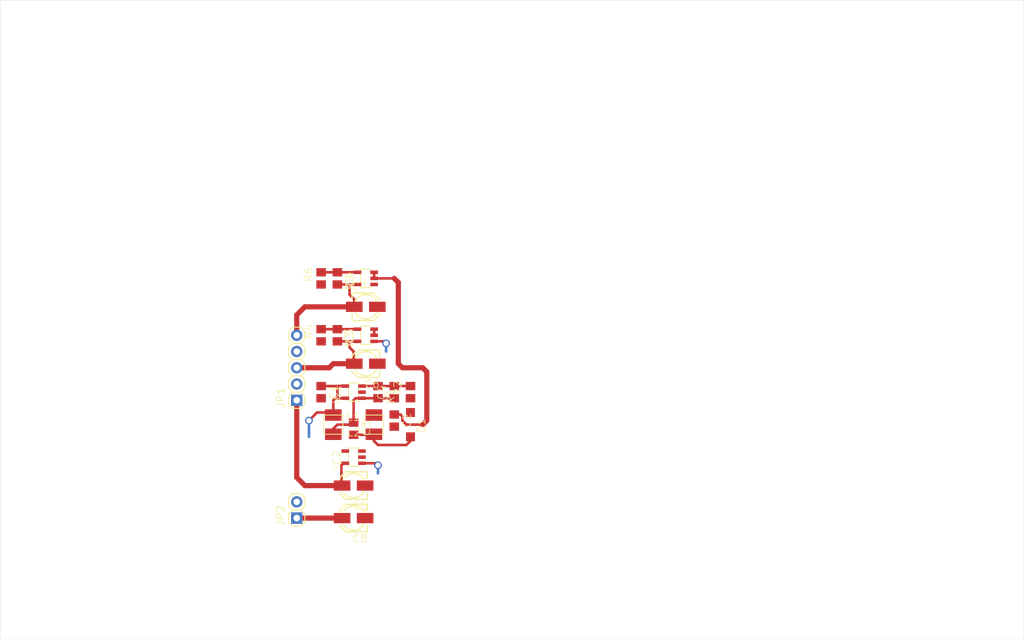
<source format=kicad_pcb>
(kicad_pcb (version 20171130) (host pcbnew 5.1.6)

  (general
    (thickness 1.6)
    (drawings 4)
    (tracks 85)
    (zones 0)
    (modules 23)
    (nets 14)
  )

  (page A4)
  (layers
    (0 Top signal)
    (31 Bottom signal)
    (32 B.Adhes user)
    (33 F.Adhes user)
    (34 B.Paste user)
    (35 F.Paste user)
    (36 B.SilkS user)
    (37 F.SilkS user)
    (38 B.Mask user)
    (39 F.Mask user)
    (40 Dwgs.User user)
    (41 Cmts.User user)
    (42 Eco1.User user)
    (43 Eco2.User user)
    (44 Edge.Cuts user)
    (45 Margin user)
    (46 B.CrtYd user)
    (47 F.CrtYd user)
    (48 B.Fab user)
    (49 F.Fab user)
  )

  (setup
    (last_trace_width 0.25)
    (trace_clearance 0.2)
    (zone_clearance 0.508)
    (zone_45_only no)
    (trace_min 0.2)
    (via_size 0.8)
    (via_drill 0.4)
    (via_min_size 0.4)
    (via_min_drill 0.3)
    (uvia_size 0.3)
    (uvia_drill 0.1)
    (uvias_allowed no)
    (uvia_min_size 0.2)
    (uvia_min_drill 0.1)
    (edge_width 0.05)
    (segment_width 0.2)
    (pcb_text_width 0.3)
    (pcb_text_size 1.5 1.5)
    (mod_edge_width 0.12)
    (mod_text_size 1 1)
    (mod_text_width 0.15)
    (pad_size 1.524 1.524)
    (pad_drill 0.762)
    (pad_to_mask_clearance 0.05)
    (aux_axis_origin 0 0)
    (visible_elements FFFFFF7F)
    (pcbplotparams
      (layerselection 0x010fc_ffffffff)
      (usegerberextensions false)
      (usegerberattributes true)
      (usegerberadvancedattributes true)
      (creategerberjobfile true)
      (excludeedgelayer true)
      (linewidth 0.100000)
      (plotframeref false)
      (viasonmask false)
      (mode 1)
      (useauxorigin false)
      (hpglpennumber 1)
      (hpglpenspeed 20)
      (hpglpendiameter 15.000000)
      (psnegative false)
      (psa4output false)
      (plotreference true)
      (plotvalue true)
      (plotinvisibletext false)
      (padsonsilk false)
      (subtractmaskfromsilk false)
      (outputformat 1)
      (mirror false)
      (drillshape 1)
      (scaleselection 1)
      (outputdirectory ""))
  )

  (net 0 "")
  (net 1 +5V)
  (net 2 GND)
  (net 3 -5V)
  (net 4 +3V3D)
  (net 5 AVCC+)
  (net 6 AVCC-)
  (net 7 AGND)
  (net 8 "Net-(C4-Pad2)")
  (net 9 "Net-(C3-Pad1)")
  (net 10 "Net-(C3-Pad2)")
  (net 11 "Net-(IC2-Pad4)")
  (net 12 "Net-(IC3-Pad4)")
  (net 13 "Net-(IC4-Pad4)")

  (net_class Default "This is the default net class."
    (clearance 0.2)
    (trace_width 0.25)
    (via_dia 0.8)
    (via_drill 0.4)
    (uvia_dia 0.3)
    (uvia_drill 0.1)
    (add_net +3V3D)
    (add_net +5V)
    (add_net -5V)
    (add_net AGND)
    (add_net AVCC+)
    (add_net AVCC-)
    (add_net GND)
    (add_net "Net-(C3-Pad1)")
    (add_net "Net-(C3-Pad2)")
    (add_net "Net-(C4-Pad2)")
    (add_net "Net-(IC2-Pad4)")
    (add_net "Net-(IC3-Pad4)")
    (add_net "Net-(IC4-Pad4)")
  )

  (module DSC-Supply:C0805 (layer Top) (tedit 0) (tstamp 5FA36AAE)
    (at 118.6661 116.2686 270)
    (descr "<b>CAPACITOR</b><p>\nPad definition corrected 2006.05.15, librarian@cadsoft.de")
    (path /C20FC76C)
    (fp_text reference C1 (at -1.27 -1.27 270) (layer F.SilkS)
      (effects (font (size 1.2065 1.2065) (thickness 0.1016)) (justify right top))
    )
    (fp_text value 22u (at -1.27 2.54 270) (layer F.Fab)
      (effects (font (size 1.2065 1.2065) (thickness 0.1016)) (justify right top))
    )
    (fp_poly (pts (xy -0.1001 0.4001) (xy 0.1001 0.4001) (xy 0.1001 -0.4001) (xy -0.1001 -0.4001)) (layer F.Adhes) (width 0))
    (fp_poly (pts (xy 0.3556 0.7239) (xy 1.1057 0.7239) (xy 1.1057 -0.7262) (xy 0.3556 -0.7262)) (layer F.Fab) (width 0))
    (fp_poly (pts (xy -1.0922 0.7239) (xy -0.3421 0.7239) (xy -0.3421 -0.7262) (xy -1.0922 -0.7262)) (layer F.Fab) (width 0))
    (fp_line (start 1.973 -0.983) (end 1.973 0.983) (layer Dwgs.User) (width 0.0508))
    (fp_line (start -0.356 0.66) (end 0.381 0.66) (layer F.Fab) (width 0.1016))
    (fp_line (start -0.381 -0.66) (end 0.381 -0.66) (layer F.Fab) (width 0.1016))
    (fp_line (start -1.973 0.983) (end -1.973 -0.983) (layer Dwgs.User) (width 0.0508))
    (fp_line (start 1.973 0.983) (end -1.973 0.983) (layer Dwgs.User) (width 0.0508))
    (fp_line (start -1.973 -0.983) (end 1.973 -0.983) (layer Dwgs.User) (width 0.0508))
    (pad 2 smd rect (at 0.95 0 270) (size 1.3 1.5) (layers Top F.Paste F.Mask)
      (net 2 GND) (solder_mask_margin 0.1016))
    (pad 1 smd rect (at -0.95 0 270) (size 1.3 1.5) (layers Top F.Paste F.Mask)
      (net 1 +5V) (solder_mask_margin 0.1016))
  )

  (module DSC-Supply:C0805 (layer Top) (tedit 0) (tstamp 5FA36ABC)
    (at 130.0961 120.7136 270)
    (descr "<b>CAPACITOR</b><p>\nPad definition corrected 2006.05.15, librarian@cadsoft.de")
    (path /8A8AF94F)
    (fp_text reference C2 (at -1.27 -1.27 270) (layer F.SilkS)
      (effects (font (size 1.2065 1.2065) (thickness 0.1016)) (justify right top))
    )
    (fp_text value 22u (at -1.27 2.54 270) (layer F.Fab)
      (effects (font (size 1.2065 1.2065) (thickness 0.1016)) (justify right top))
    )
    (fp_poly (pts (xy -0.1001 0.4001) (xy 0.1001 0.4001) (xy 0.1001 -0.4001) (xy -0.1001 -0.4001)) (layer F.Adhes) (width 0))
    (fp_poly (pts (xy 0.3556 0.7239) (xy 1.1057 0.7239) (xy 1.1057 -0.7262) (xy 0.3556 -0.7262)) (layer F.Fab) (width 0))
    (fp_poly (pts (xy -1.0922 0.7239) (xy -0.3421 0.7239) (xy -0.3421 -0.7262) (xy -1.0922 -0.7262)) (layer F.Fab) (width 0))
    (fp_line (start 1.973 -0.983) (end 1.973 0.983) (layer Dwgs.User) (width 0.0508))
    (fp_line (start -0.356 0.66) (end 0.381 0.66) (layer F.Fab) (width 0.1016))
    (fp_line (start -0.381 -0.66) (end 0.381 -0.66) (layer F.Fab) (width 0.1016))
    (fp_line (start -1.973 0.983) (end -1.973 -0.983) (layer Dwgs.User) (width 0.0508))
    (fp_line (start 1.973 0.983) (end -1.973 0.983) (layer Dwgs.User) (width 0.0508))
    (fp_line (start -1.973 -0.983) (end 1.973 -0.983) (layer Dwgs.User) (width 0.0508))
    (pad 2 smd rect (at 0.95 0 270) (size 1.3 1.5) (layers Top F.Paste F.Mask)
      (net 2 GND) (solder_mask_margin 0.1016))
    (pad 1 smd rect (at -0.95 0 270) (size 1.3 1.5) (layers Top F.Paste F.Mask)
      (net 3 -5V) (solder_mask_margin 0.1016))
  )

  (module DSC-Supply:C0805 (layer Top) (tedit 0) (tstamp 5FA36ACA)
    (at 123.7461 121.9836 270)
    (descr "<b>CAPACITOR</b><p>\nPad definition corrected 2006.05.15, librarian@cadsoft.de")
    (path /D5B9F1A5)
    (fp_text reference C3 (at -1.27 -1.27 270) (layer F.SilkS)
      (effects (font (size 1.2065 1.2065) (thickness 0.1016)) (justify right top))
    )
    (fp_text value 2u2 (at -1.27 2.54 270) (layer F.Fab)
      (effects (font (size 1.2065 1.2065) (thickness 0.1016)) (justify right top))
    )
    (fp_poly (pts (xy -0.1001 0.4001) (xy 0.1001 0.4001) (xy 0.1001 -0.4001) (xy -0.1001 -0.4001)) (layer F.Adhes) (width 0))
    (fp_poly (pts (xy 0.3556 0.7239) (xy 1.1057 0.7239) (xy 1.1057 -0.7262) (xy 0.3556 -0.7262)) (layer F.Fab) (width 0))
    (fp_poly (pts (xy -1.0922 0.7239) (xy -0.3421 0.7239) (xy -0.3421 -0.7262) (xy -1.0922 -0.7262)) (layer F.Fab) (width 0))
    (fp_line (start 1.973 -0.983) (end 1.973 0.983) (layer Dwgs.User) (width 0.0508))
    (fp_line (start -0.356 0.66) (end 0.381 0.66) (layer F.Fab) (width 0.1016))
    (fp_line (start -0.381 -0.66) (end 0.381 -0.66) (layer F.Fab) (width 0.1016))
    (fp_line (start -1.973 0.983) (end -1.973 -0.983) (layer Dwgs.User) (width 0.0508))
    (fp_line (start 1.973 0.983) (end -1.973 0.983) (layer Dwgs.User) (width 0.0508))
    (fp_line (start -1.973 -0.983) (end 1.973 -0.983) (layer Dwgs.User) (width 0.0508))
    (pad 2 smd rect (at 0.95 0 270) (size 1.3 1.5) (layers Top F.Paste F.Mask)
      (net 10 "Net-(C3-Pad2)") (solder_mask_margin 0.1016))
    (pad 1 smd rect (at -0.95 0 270) (size 1.3 1.5) (layers Top F.Paste F.Mask)
      (net 9 "Net-(C3-Pad1)") (solder_mask_margin 0.1016))
  )

  (module DSC-Supply:C0805 (layer Top) (tedit 0) (tstamp 5FA36AD8)
    (at 130.0961 116.2686 90)
    (descr "<b>CAPACITOR</b><p>\nPad definition corrected 2006.05.15, librarian@cadsoft.de")
    (path /C4A9DCE5)
    (fp_text reference C4 (at -1.27 -1.27 90) (layer F.SilkS)
      (effects (font (size 1.2065 1.2065) (thickness 0.1016)) (justify left bottom))
    )
    (fp_text value 1n (at -1.27 2.54 90) (layer F.Fab)
      (effects (font (size 1.2065 1.2065) (thickness 0.1016)) (justify left bottom))
    )
    (fp_poly (pts (xy -0.1001 0.4001) (xy 0.1001 0.4001) (xy 0.1001 -0.4001) (xy -0.1001 -0.4001)) (layer F.Adhes) (width 0))
    (fp_poly (pts (xy 0.3556 0.7239) (xy 1.1057 0.7239) (xy 1.1057 -0.7262) (xy 0.3556 -0.7262)) (layer F.Fab) (width 0))
    (fp_poly (pts (xy -1.0922 0.7239) (xy -0.3421 0.7239) (xy -0.3421 -0.7262) (xy -1.0922 -0.7262)) (layer F.Fab) (width 0))
    (fp_line (start 1.973 -0.983) (end 1.973 0.983) (layer Dwgs.User) (width 0.0508))
    (fp_line (start -0.356 0.66) (end 0.381 0.66) (layer F.Fab) (width 0.1016))
    (fp_line (start -0.381 -0.66) (end 0.381 -0.66) (layer F.Fab) (width 0.1016))
    (fp_line (start -1.973 0.983) (end -1.973 -0.983) (layer Dwgs.User) (width 0.0508))
    (fp_line (start 1.973 0.983) (end -1.973 0.983) (layer Dwgs.User) (width 0.0508))
    (fp_line (start -1.973 -0.983) (end 1.973 -0.983) (layer Dwgs.User) (width 0.0508))
    (pad 2 smd rect (at 0.95 0 90) (size 1.3 1.5) (layers Top F.Paste F.Mask)
      (net 8 "Net-(C4-Pad2)") (solder_mask_margin 0.1016))
    (pad 1 smd rect (at -0.95 0 90) (size 1.3 1.5) (layers Top F.Paste F.Mask)
      (net 9 "Net-(C3-Pad1)") (solder_mask_margin 0.1016))
  )

  (module DSC-Supply:153CLV-0405 (layer Top) (tedit 0) (tstamp 5FA36AE6)
    (at 123.7461 130.8736 180)
    (descr "<b>Aluminum electrolytic capacitors</b><p>\nSMD (Chip) Long Life Vertical 153 CLV<p>\nhttp://www.bccomponents.com/")
    (path /61218984)
    (fp_text reference C5 (at -2.24 -2.48 180) (layer F.SilkS)
      (effects (font (size 1.2065 1.2065) (thickness 0.1016)) (justify right top))
    )
    (fp_text value 10u (at -2.275 3.735 180) (layer F.Fab)
      (effects (font (size 1.2065 1.2065) (thickness 0.1016)) (justify right top))
    )
    (fp_arc (start 0 0) (end 1.65 0.95) (angle -59.863024) (layer F.Fab) (width 0.2032))
    (fp_arc (start 0 0) (end -1.65 -0.95) (angle 120.136976) (layer F.SilkS) (width 0.2032))
    (fp_arc (start 0 0) (end -1.65 0.95) (angle 59.863024) (layer F.Fab) (width 0.2032))
    (fp_arc (start 0 0) (end -1.65 0.95) (angle -120.136976) (layer F.SilkS) (width 0.2032))
    (fp_line (start 1.25 -2.15) (end 2.15 -1.25) (layer F.SilkS) (width 0.2032))
    (fp_line (start 2.15 1.25) (end 1.25 2.15) (layer F.SilkS) (width 0.2032))
    (fp_line (start 2.15 1.05) (end 2.15 1.25) (layer F.SilkS) (width 0.2032))
    (fp_line (start 2.15 -1.1) (end 2.15 1.05) (layer F.Fab) (width 0.2032))
    (fp_line (start 2.15 -1.25) (end 2.15 -1.1) (layer F.SilkS) (width 0.2032))
    (fp_line (start -2.15 -2.15) (end 1.25 -2.15) (layer F.SilkS) (width 0.2032))
    (fp_line (start -2.15 -1.1) (end -2.15 -2.15) (layer F.SilkS) (width 0.2032))
    (fp_line (start -2.15 1.1) (end -2.15 -1.1) (layer F.Fab) (width 0.2032))
    (fp_line (start -2.15 2.15) (end -2.15 1.1) (layer F.SilkS) (width 0.2032))
    (fp_line (start 1.25 2.15) (end -2.15 2.15) (layer F.SilkS) (width 0.2032))
    (pad - smd rect (at -1.8 0 180) (size 2.6 1.6) (layers Top F.Paste F.Mask)
      (net 2 GND) (solder_mask_margin 0.1016))
    (pad + smd rect (at 1.8 0 180) (size 2.6 1.6) (layers Top F.Paste F.Mask)
      (net 4 +3V3D) (solder_mask_margin 0.1016))
  )

  (module DSC-Supply:153CLV-0405 (layer Top) (tedit 0) (tstamp 5FA36AF9)
    (at 125.6511 111.8236 180)
    (descr "<b>Aluminum electrolytic capacitors</b><p>\nSMD (Chip) Long Life Vertical 153 CLV<p>\nhttp://www.bccomponents.com/")
    (path /6655CD2A)
    (fp_text reference C6 (at -2.24 -2.48 180) (layer F.SilkS)
      (effects (font (size 1.2065 1.2065) (thickness 0.1016)) (justify right top))
    )
    (fp_text value 10u (at -2.275 3.735 180) (layer F.Fab)
      (effects (font (size 1.2065 1.2065) (thickness 0.1016)) (justify right top))
    )
    (fp_arc (start 0 0) (end 1.65 0.95) (angle -59.863024) (layer F.Fab) (width 0.2032))
    (fp_arc (start 0 0) (end -1.65 -0.95) (angle 120.136976) (layer F.SilkS) (width 0.2032))
    (fp_arc (start 0 0) (end -1.65 0.95) (angle 59.863024) (layer F.Fab) (width 0.2032))
    (fp_arc (start 0 0) (end -1.65 0.95) (angle -120.136976) (layer F.SilkS) (width 0.2032))
    (fp_line (start 1.25 -2.15) (end 2.15 -1.25) (layer F.SilkS) (width 0.2032))
    (fp_line (start 2.15 1.25) (end 1.25 2.15) (layer F.SilkS) (width 0.2032))
    (fp_line (start 2.15 1.05) (end 2.15 1.25) (layer F.SilkS) (width 0.2032))
    (fp_line (start 2.15 -1.1) (end 2.15 1.05) (layer F.Fab) (width 0.2032))
    (fp_line (start 2.15 -1.25) (end 2.15 -1.1) (layer F.SilkS) (width 0.2032))
    (fp_line (start -2.15 -2.15) (end 1.25 -2.15) (layer F.SilkS) (width 0.2032))
    (fp_line (start -2.15 -1.1) (end -2.15 -2.15) (layer F.SilkS) (width 0.2032))
    (fp_line (start -2.15 1.1) (end -2.15 -1.1) (layer F.Fab) (width 0.2032))
    (fp_line (start -2.15 2.15) (end -2.15 1.1) (layer F.SilkS) (width 0.2032))
    (fp_line (start 1.25 2.15) (end -2.15 2.15) (layer F.SilkS) (width 0.2032))
    (pad - smd rect (at -1.8 0 180) (size 2.6 1.6) (layers Top F.Paste F.Mask)
      (net 7 AGND) (solder_mask_margin 0.1016))
    (pad + smd rect (at 1.8 0 180) (size 2.6 1.6) (layers Top F.Paste F.Mask)
      (net 5 AVCC+) (solder_mask_margin 0.1016))
  )

  (module DSC-Supply:153CLV-0405 (layer Top) (tedit 0) (tstamp 5FA36B0C)
    (at 125.6511 102.9336)
    (descr "<b>Aluminum electrolytic capacitors</b><p>\nSMD (Chip) Long Life Vertical 153 CLV<p>\nhttp://www.bccomponents.com/")
    (path /21D1DBFD)
    (fp_text reference C7 (at -2.24 -2.48) (layer F.SilkS)
      (effects (font (size 1.2065 1.2065) (thickness 0.1016)) (justify left bottom))
    )
    (fp_text value 10u (at -2.275 3.735) (layer F.Fab)
      (effects (font (size 1.2065 1.2065) (thickness 0.1016)) (justify left bottom))
    )
    (fp_arc (start 0 0) (end 1.65 0.95) (angle -59.863024) (layer F.Fab) (width 0.2032))
    (fp_arc (start 0 0) (end -1.65 -0.95) (angle 120.136976) (layer F.SilkS) (width 0.2032))
    (fp_arc (start 0 0) (end -1.65 0.95) (angle 59.863024) (layer F.Fab) (width 0.2032))
    (fp_arc (start 0 0) (end -1.65 0.95) (angle -120.136976) (layer F.SilkS) (width 0.2032))
    (fp_line (start 1.25 -2.15) (end 2.15 -1.25) (layer F.SilkS) (width 0.2032))
    (fp_line (start 2.15 1.25) (end 1.25 2.15) (layer F.SilkS) (width 0.2032))
    (fp_line (start 2.15 1.05) (end 2.15 1.25) (layer F.SilkS) (width 0.2032))
    (fp_line (start 2.15 -1.1) (end 2.15 1.05) (layer F.Fab) (width 0.2032))
    (fp_line (start 2.15 -1.25) (end 2.15 -1.1) (layer F.SilkS) (width 0.2032))
    (fp_line (start -2.15 -2.15) (end 1.25 -2.15) (layer F.SilkS) (width 0.2032))
    (fp_line (start -2.15 -1.1) (end -2.15 -2.15) (layer F.SilkS) (width 0.2032))
    (fp_line (start -2.15 1.1) (end -2.15 -1.1) (layer F.Fab) (width 0.2032))
    (fp_line (start -2.15 2.15) (end -2.15 1.1) (layer F.SilkS) (width 0.2032))
    (fp_line (start 1.25 2.15) (end -2.15 2.15) (layer F.SilkS) (width 0.2032))
    (pad - smd rect (at -1.8 0) (size 2.6 1.6) (layers Top F.Paste F.Mask)
      (net 6 AVCC-) (solder_mask_margin 0.1016))
    (pad + smd rect (at 1.8 0) (size 2.6 1.6) (layers Top F.Paste F.Mask)
      (net 7 AGND) (solder_mask_margin 0.1016))
  )

  (module DSC-Supply:SOD123 (layer Top) (tedit 0) (tstamp 5FA36B1F)
    (at 132.6361 121.3486 270)
    (descr <b>Diode</b>)
    (path /8D141E84)
    (fp_text reference D1 (at -1.1 -1 270) (layer F.SilkS)
      (effects (font (size 1.2065 1.2065) (thickness 0.1016)) (justify right top))
    )
    (fp_text value MBR0520LT (at -1.1 2.3 270) (layer F.Fab)
      (effects (font (size 1.2065 1.2065) (thickness 0.1016)) (justify right top))
    )
    (fp_poly (pts (xy -1.05 0.65) (xy -0.15 0.65) (xy -0.15 -0.7) (xy -1.05 -0.7)) (layer F.Fab) (width 0))
    (fp_poly (pts (xy 1.2 0.45) (xy 1.95 0.45) (xy 1.95 -0.4) (xy 1.2 -0.4)) (layer F.Fab) (width 0))
    (fp_poly (pts (xy -1.95 0.45) (xy -1.2 0.45) (xy -1.2 -0.4) (xy -1.95 -0.4)) (layer F.Fab) (width 0))
    (fp_line (start -1.1 0.7) (end -1.1 -0.7) (layer F.Fab) (width 0.254))
    (fp_line (start 1.1 0.7) (end -1.1 0.7) (layer F.Fab) (width 0.254))
    (fp_line (start 1.1 -0.7) (end 1.1 0.7) (layer F.Fab) (width 0.254))
    (fp_line (start -1.1 -0.7) (end 1.1 -0.7) (layer F.Fab) (width 0.254))
    (pad A smd rect (at 1.9 0 270) (size 1.4 1.4) (layers Top F.Paste F.Mask)
      (net 10 "Net-(C3-Pad2)") (solder_mask_margin 0.1016))
    (pad C smd rect (at -1.9 0 270) (size 1.4 1.4) (layers Top F.Paste F.Mask)
      (net 2 GND) (solder_mask_margin 0.1016))
  )

  (module DSC-Supply:SOT23-DBV (layer Top) (tedit 0) (tstamp 5FA36B2B)
    (at 123.7461 116.2686 90)
    (descr "<b>Small Outline Transistor</b> DBV (R-PDSO-G5)<p>\nSource: http://focus.ti.com/lit/ds/symlink/tps77001.pdf")
    (path /06F92037)
    (fp_text reference IC1 (at -1.905 -1.905 90) (layer F.SilkS)
      (effects (font (size 1.2065 1.2065) (thickness 0.1016)) (justify left bottom))
    )
    (fp_text value LM2611 (at -1.905 3.429 90) (layer F.Fab)
      (effects (font (size 1.2065 1.2065) (thickness 0.1016)) (justify left bottom))
    )
    (fp_poly (pts (xy -1.2 -0.85) (xy -0.7 -0.85) (xy -0.7 -1.5) (xy -1.2 -1.5)) (layer F.Fab) (width 0))
    (fp_poly (pts (xy 0.7 -0.85) (xy 1.2 -0.85) (xy 1.2 -1.5) (xy 0.7 -1.5)) (layer F.Fab) (width 0))
    (fp_poly (pts (xy 0.7 1.5) (xy 1.2 1.5) (xy 1.2 0.85) (xy 0.7 0.85)) (layer F.Fab) (width 0))
    (fp_poly (pts (xy -0.25 1.5) (xy 0.25 1.5) (xy 0.25 0.85) (xy -0.25 0.85)) (layer F.Fab) (width 0))
    (fp_poly (pts (xy -1.2 1.5) (xy -0.7 1.5) (xy -0.7 0.85) (xy -1.2 0.85)) (layer F.Fab) (width 0))
    (fp_line (start -1.422 -0.81) (end -1.328 -0.81) (layer F.SilkS) (width 0.1524))
    (fp_line (start 1.328 -0.81) (end 1.422 -0.81) (layer F.SilkS) (width 0.1524))
    (fp_line (start 1.422 0.81) (end 1.328 0.81) (layer F.SilkS) (width 0.1524))
    (fp_line (start -1.328 0.81) (end -1.422 0.81) (layer F.SilkS) (width 0.1524))
    (fp_line (start 0.522 0.81) (end 0.428 0.81) (layer F.SilkS) (width 0.1524))
    (fp_line (start -0.428 0.81) (end -0.522 0.81) (layer F.SilkS) (width 0.1524))
    (fp_line (start -0.522 -0.81) (end 0.522 -0.81) (layer F.SilkS) (width 0.1524))
    (fp_line (start -1.422 -0.81) (end 1.422 -0.81) (layer F.Fab) (width 0.1524))
    (fp_line (start -1.422 0.81) (end -1.422 -0.81) (layer F.SilkS) (width 0.1524))
    (fp_line (start 1.422 0.81) (end -1.422 0.81) (layer F.Fab) (width 0.1524))
    (fp_line (start 1.422 -0.81) (end 1.422 0.81) (layer F.SilkS) (width 0.1524))
    (pad 5 smd rect (at -0.95 -1.3 90) (size 0.55 1.2) (layers Top F.Paste F.Mask)
      (net 1 +5V) (solder_mask_margin 0.1016))
    (pad 4 smd rect (at 0.95 -1.3 90) (size 0.55 1.2) (layers Top F.Paste F.Mask)
      (net 1 +5V) (solder_mask_margin 0.1016))
    (pad 3 smd rect (at 0.95 1.3 90) (size 0.55 1.2) (layers Top F.Paste F.Mask)
      (net 8 "Net-(C4-Pad2)") (solder_mask_margin 0.1016))
    (pad 2 smd rect (at 0 1.3 90) (size 0.55 1.2) (layers Top F.Paste F.Mask)
      (net 2 GND) (solder_mask_margin 0.1016))
    (pad 1 smd rect (at -0.95 1.3 90) (size 0.55 1.2) (layers Top F.Paste F.Mask)
      (net 9 "Net-(C3-Pad1)") (solder_mask_margin 0.1016))
  )

  (module DSC-Supply:SOT23-DBV (layer Top) (tedit 0) (tstamp 5FA36B43)
    (at 123.7461 126.4286 90)
    (descr "<b>Small Outline Transistor</b> DBV (R-PDSO-G5)<p>\nSource: http://focus.ti.com/lit/ds/symlink/tps77001.pdf")
    (path /FEB4436C)
    (fp_text reference IC2 (at -1.905 -1.905 90) (layer F.SilkS)
      (effects (font (size 1.2065 1.2065) (thickness 0.1016)) (justify left bottom))
    )
    (fp_text value TPS76933 (at -1.905 3.429 90) (layer F.Fab)
      (effects (font (size 1.2065 1.2065) (thickness 0.1016)) (justify left bottom))
    )
    (fp_poly (pts (xy -1.2 -0.85) (xy -0.7 -0.85) (xy -0.7 -1.5) (xy -1.2 -1.5)) (layer F.Fab) (width 0))
    (fp_poly (pts (xy 0.7 -0.85) (xy 1.2 -0.85) (xy 1.2 -1.5) (xy 0.7 -1.5)) (layer F.Fab) (width 0))
    (fp_poly (pts (xy 0.7 1.5) (xy 1.2 1.5) (xy 1.2 0.85) (xy 0.7 0.85)) (layer F.Fab) (width 0))
    (fp_poly (pts (xy -0.25 1.5) (xy 0.25 1.5) (xy 0.25 0.85) (xy -0.25 0.85)) (layer F.Fab) (width 0))
    (fp_poly (pts (xy -1.2 1.5) (xy -0.7 1.5) (xy -0.7 0.85) (xy -1.2 0.85)) (layer F.Fab) (width 0))
    (fp_line (start -1.422 -0.81) (end -1.328 -0.81) (layer F.SilkS) (width 0.1524))
    (fp_line (start 1.328 -0.81) (end 1.422 -0.81) (layer F.SilkS) (width 0.1524))
    (fp_line (start 1.422 0.81) (end 1.328 0.81) (layer F.SilkS) (width 0.1524))
    (fp_line (start -1.328 0.81) (end -1.422 0.81) (layer F.SilkS) (width 0.1524))
    (fp_line (start 0.522 0.81) (end 0.428 0.81) (layer F.SilkS) (width 0.1524))
    (fp_line (start -0.428 0.81) (end -0.522 0.81) (layer F.SilkS) (width 0.1524))
    (fp_line (start -0.522 -0.81) (end 0.522 -0.81) (layer F.SilkS) (width 0.1524))
    (fp_line (start -1.422 -0.81) (end 1.422 -0.81) (layer F.Fab) (width 0.1524))
    (fp_line (start -1.422 0.81) (end -1.422 -0.81) (layer F.SilkS) (width 0.1524))
    (fp_line (start 1.422 0.81) (end -1.422 0.81) (layer F.Fab) (width 0.1524))
    (fp_line (start 1.422 -0.81) (end 1.422 0.81) (layer F.SilkS) (width 0.1524))
    (pad 5 smd rect (at -0.95 -1.3 90) (size 0.55 1.2) (layers Top F.Paste F.Mask)
      (net 4 +3V3D) (solder_mask_margin 0.1016))
    (pad 4 smd rect (at 0.95 -1.3 90) (size 0.55 1.2) (layers Top F.Paste F.Mask)
      (net 11 "Net-(IC2-Pad4)") (solder_mask_margin 0.1016))
    (pad 3 smd rect (at 0.95 1.3 90) (size 0.55 1.2) (layers Top F.Paste F.Mask)
      (net 2 GND) (solder_mask_margin 0.1016))
    (pad 2 smd rect (at 0 1.3 90) (size 0.55 1.2) (layers Top F.Paste F.Mask)
      (net 2 GND) (solder_mask_margin 0.1016))
    (pad 1 smd rect (at -0.95 1.3 90) (size 0.55 1.2) (layers Top F.Paste F.Mask)
      (net 1 +5V) (solder_mask_margin 0.1016))
  )

  (module DSC-Supply:SOT23-DBV (layer Top) (tedit 0) (tstamp 5FA36B5B)
    (at 125.6511 107.3786 90)
    (descr "<b>Small Outline Transistor</b> DBV (R-PDSO-G5)<p>\nSource: http://focus.ti.com/lit/ds/symlink/tps77001.pdf")
    (path /39E60F97)
    (fp_text reference IC3 (at -1.905 -1.905 90) (layer F.SilkS)
      (effects (font (size 1.2065 1.2065) (thickness 0.1016)) (justify left bottom))
    )
    (fp_text value TPS76901 (at -1.905 3.429 90) (layer F.Fab)
      (effects (font (size 1.2065 1.2065) (thickness 0.1016)) (justify left bottom))
    )
    (fp_poly (pts (xy -1.2 -0.85) (xy -0.7 -0.85) (xy -0.7 -1.5) (xy -1.2 -1.5)) (layer F.Fab) (width 0))
    (fp_poly (pts (xy 0.7 -0.85) (xy 1.2 -0.85) (xy 1.2 -1.5) (xy 0.7 -1.5)) (layer F.Fab) (width 0))
    (fp_poly (pts (xy 0.7 1.5) (xy 1.2 1.5) (xy 1.2 0.85) (xy 0.7 0.85)) (layer F.Fab) (width 0))
    (fp_poly (pts (xy -0.25 1.5) (xy 0.25 1.5) (xy 0.25 0.85) (xy -0.25 0.85)) (layer F.Fab) (width 0))
    (fp_poly (pts (xy -1.2 1.5) (xy -0.7 1.5) (xy -0.7 0.85) (xy -1.2 0.85)) (layer F.Fab) (width 0))
    (fp_line (start -1.422 -0.81) (end -1.328 -0.81) (layer F.SilkS) (width 0.1524))
    (fp_line (start 1.328 -0.81) (end 1.422 -0.81) (layer F.SilkS) (width 0.1524))
    (fp_line (start 1.422 0.81) (end 1.328 0.81) (layer F.SilkS) (width 0.1524))
    (fp_line (start -1.328 0.81) (end -1.422 0.81) (layer F.SilkS) (width 0.1524))
    (fp_line (start 0.522 0.81) (end 0.428 0.81) (layer F.SilkS) (width 0.1524))
    (fp_line (start -0.428 0.81) (end -0.522 0.81) (layer F.SilkS) (width 0.1524))
    (fp_line (start -0.522 -0.81) (end 0.522 -0.81) (layer F.SilkS) (width 0.1524))
    (fp_line (start -1.422 -0.81) (end 1.422 -0.81) (layer F.Fab) (width 0.1524))
    (fp_line (start -1.422 0.81) (end -1.422 -0.81) (layer F.SilkS) (width 0.1524))
    (fp_line (start 1.422 0.81) (end -1.422 0.81) (layer F.Fab) (width 0.1524))
    (fp_line (start 1.422 -0.81) (end 1.422 0.81) (layer F.SilkS) (width 0.1524))
    (pad 5 smd rect (at -0.95 -1.3 90) (size 0.55 1.2) (layers Top F.Paste F.Mask)
      (net 5 AVCC+) (solder_mask_margin 0.1016))
    (pad 4 smd rect (at 0.95 -1.3 90) (size 0.55 1.2) (layers Top F.Paste F.Mask)
      (net 12 "Net-(IC3-Pad4)") (solder_mask_margin 0.1016))
    (pad 3 smd rect (at 0.95 1.3 90) (size 0.55 1.2) (layers Top F.Paste F.Mask)
      (net 7 AGND) (solder_mask_margin 0.1016))
    (pad 2 smd rect (at 0 1.3 90) (size 0.55 1.2) (layers Top F.Paste F.Mask)
      (net 7 AGND) (solder_mask_margin 0.1016))
    (pad 1 smd rect (at -0.95 1.3 90) (size 0.55 1.2) (layers Top F.Paste F.Mask)
      (net 1 +5V) (solder_mask_margin 0.1016))
  )

  (module DSC-Supply:SOT23-DBV (layer Top) (tedit 0) (tstamp 5FA36B73)
    (at 125.6511 98.4886 90)
    (descr "<b>Small Outline Transistor</b> DBV (R-PDSO-G5)<p>\nSource: http://focus.ti.com/lit/ds/symlink/tps77001.pdf")
    (path /46657C43)
    (fp_text reference IC4 (at -1.905 -1.905 90) (layer F.SilkS)
      (effects (font (size 1.2065 1.2065) (thickness 0.1016)) (justify left bottom))
    )
    (fp_text value TPS72301 (at -1.905 3.429 90) (layer F.Fab)
      (effects (font (size 1.2065 1.2065) (thickness 0.1016)) (justify left bottom))
    )
    (fp_poly (pts (xy -1.2 -0.85) (xy -0.7 -0.85) (xy -0.7 -1.5) (xy -1.2 -1.5)) (layer F.Fab) (width 0))
    (fp_poly (pts (xy 0.7 -0.85) (xy 1.2 -0.85) (xy 1.2 -1.5) (xy 0.7 -1.5)) (layer F.Fab) (width 0))
    (fp_poly (pts (xy 0.7 1.5) (xy 1.2 1.5) (xy 1.2 0.85) (xy 0.7 0.85)) (layer F.Fab) (width 0))
    (fp_poly (pts (xy -0.25 1.5) (xy 0.25 1.5) (xy 0.25 0.85) (xy -0.25 0.85)) (layer F.Fab) (width 0))
    (fp_poly (pts (xy -1.2 1.5) (xy -0.7 1.5) (xy -0.7 0.85) (xy -1.2 0.85)) (layer F.Fab) (width 0))
    (fp_line (start -1.422 -0.81) (end -1.328 -0.81) (layer F.SilkS) (width 0.1524))
    (fp_line (start 1.328 -0.81) (end 1.422 -0.81) (layer F.SilkS) (width 0.1524))
    (fp_line (start 1.422 0.81) (end 1.328 0.81) (layer F.SilkS) (width 0.1524))
    (fp_line (start -1.328 0.81) (end -1.422 0.81) (layer F.SilkS) (width 0.1524))
    (fp_line (start 0.522 0.81) (end 0.428 0.81) (layer F.SilkS) (width 0.1524))
    (fp_line (start -0.428 0.81) (end -0.522 0.81) (layer F.SilkS) (width 0.1524))
    (fp_line (start -0.522 -0.81) (end 0.522 -0.81) (layer F.SilkS) (width 0.1524))
    (fp_line (start -1.422 -0.81) (end 1.422 -0.81) (layer F.Fab) (width 0.1524))
    (fp_line (start -1.422 0.81) (end -1.422 -0.81) (layer F.SilkS) (width 0.1524))
    (fp_line (start 1.422 0.81) (end -1.422 0.81) (layer F.Fab) (width 0.1524))
    (fp_line (start 1.422 -0.81) (end 1.422 0.81) (layer F.SilkS) (width 0.1524))
    (pad 5 smd rect (at -0.95 -1.3 90) (size 0.55 1.2) (layers Top F.Paste F.Mask)
      (net 6 AVCC-) (solder_mask_margin 0.1016))
    (pad 4 smd rect (at 0.95 -1.3 90) (size 0.55 1.2) (layers Top F.Paste F.Mask)
      (net 13 "Net-(IC4-Pad4)") (solder_mask_margin 0.1016))
    (pad 3 smd rect (at 0.95 1.3 90) (size 0.55 1.2) (layers Top F.Paste F.Mask)
      (net 3 -5V) (solder_mask_margin 0.1016))
    (pad 2 smd rect (at 0 1.3 90) (size 0.55 1.2) (layers Top F.Paste F.Mask)
      (net 3 -5V) (solder_mask_margin 0.1016))
    (pad 1 smd rect (at -0.95 1.3 90) (size 0.55 1.2) (layers Top F.Paste F.Mask)
      (net 7 AGND) (solder_mask_margin 0.1016))
  )

  (module DSC-Supply:L0315 (layer Top) (tedit 0) (tstamp 5FA36B8B)
    (at 120.5711 121.3486)
    (path /B51D699E)
    (fp_text reference L1 (at 2 -0.5) (layer F.SilkS)
      (effects (font (size 1.2065 1.2065) (thickness 0.1016)) (justify left bottom))
    )
    (fp_text value 22u (at 2 1.5) (layer F.Fab)
      (effects (font (size 1.2065 1.2065) (thickness 0.1016)) (justify left bottom))
    )
    (fp_line (start -1.5 1.5) (end -1.5 -1.5) (layer F.SilkS) (width 0.127))
    (fp_line (start 1.5 1.5) (end -1.5 1.5) (layer F.SilkS) (width 0.127))
    (fp_line (start 1.5 -1.5) (end 1.5 1.5) (layer F.SilkS) (width 0.127))
    (fp_line (start -1.5 -1.5) (end 1.5 -1.5) (layer F.SilkS) (width 0.127))
    (pad 2 smd rect (at 0 1.5) (size 2.6 1.8) (layers Top F.Paste F.Mask)
      (net 9 "Net-(C3-Pad1)") (solder_mask_margin 0.1016))
    (pad 1 smd rect (at 0 -1.5) (size 2.6 1.8) (layers Top F.Paste F.Mask)
      (net 1 +5V) (solder_mask_margin 0.1016))
  )

  (module DSC-Supply:L0315 (layer Top) (tedit 0) (tstamp 5FA36B94)
    (at 126.9211 121.3486 180)
    (path /8E0F2EE5)
    (fp_text reference L2 (at 2 -0.5 180) (layer F.SilkS)
      (effects (font (size 1.2065 1.2065) (thickness 0.1016)) (justify right top))
    )
    (fp_text value 22u (at 2 1.5 180) (layer F.Fab)
      (effects (font (size 1.2065 1.2065) (thickness 0.1016)) (justify right top))
    )
    (fp_line (start -1.5 1.5) (end -1.5 -1.5) (layer F.SilkS) (width 0.127))
    (fp_line (start 1.5 1.5) (end -1.5 1.5) (layer F.SilkS) (width 0.127))
    (fp_line (start 1.5 -1.5) (end 1.5 1.5) (layer F.SilkS) (width 0.127))
    (fp_line (start -1.5 -1.5) (end 1.5 -1.5) (layer F.SilkS) (width 0.127))
    (pad 2 smd rect (at 0 1.5 180) (size 2.6 1.8) (layers Top F.Paste F.Mask)
      (net 3 -5V) (solder_mask_margin 0.1016))
    (pad 1 smd rect (at 0 -1.5 180) (size 2.6 1.8) (layers Top F.Paste F.Mask)
      (net 10 "Net-(C3-Pad2)") (solder_mask_margin 0.1016))
  )

  (module DSC-Supply:R0805 (layer Top) (tedit 0) (tstamp 5FA36B9D)
    (at 127.5561 116.2686 270)
    (descr "<b>RESISTOR</b><p>\nPad definition corrected 2006.05.15, librarian@cadsoft.de")
    (path /0576E313)
    (fp_text reference R1 (at -0.635 -1.27 270) (layer F.SilkS)
      (effects (font (size 1.2065 1.2065) (thickness 0.1016)) (justify right top))
    )
    (fp_text value 29k4 (at -0.635 2.54 270) (layer F.Fab)
      (effects (font (size 1.2065 1.2065) (thickness 0.1016)) (justify right top))
    )
    (fp_poly (pts (xy -0.1999 0.5001) (xy 0.1999 0.5001) (xy 0.1999 -0.5001) (xy -0.1999 -0.5001)) (layer F.Adhes) (width 0))
    (fp_poly (pts (xy -1.0668 0.6985) (xy -0.4168 0.6985) (xy -0.4168 -0.7015) (xy -1.0668 -0.7015)) (layer F.Fab) (width 0))
    (fp_poly (pts (xy 0.4064 0.6985) (xy 1.0564 0.6985) (xy 1.0564 -0.7015) (xy 0.4064 -0.7015)) (layer F.Fab) (width 0))
    (fp_line (start -1.973 0.983) (end -1.973 -0.983) (layer Dwgs.User) (width 0.0508))
    (fp_line (start 1.973 0.983) (end -1.973 0.983) (layer Dwgs.User) (width 0.0508))
    (fp_line (start 1.973 -0.983) (end 1.973 0.983) (layer Dwgs.User) (width 0.0508))
    (fp_line (start -1.973 -0.983) (end 1.973 -0.983) (layer Dwgs.User) (width 0.0508))
    (fp_line (start -0.41 0.635) (end 0.41 0.635) (layer F.Fab) (width 0.1524))
    (fp_line (start -0.41 -0.635) (end 0.41 -0.635) (layer F.Fab) (width 0.1524))
    (pad 2 smd rect (at 0.95 0 270) (size 1.3 1.5) (layers Top F.Paste F.Mask)
      (net 9 "Net-(C3-Pad1)") (solder_mask_margin 0.1016))
    (pad 1 smd rect (at -0.95 0 270) (size 1.3 1.5) (layers Top F.Paste F.Mask)
      (net 8 "Net-(C4-Pad2)") (solder_mask_margin 0.1016))
  )

  (module DSC-Supply:R0805 (layer Top) (tedit 0) (tstamp 5FA36BAB)
    (at 132.6361 116.2686 90)
    (descr "<b>RESISTOR</b><p>\nPad definition corrected 2006.05.15, librarian@cadsoft.de")
    (path /81BCC900)
    (fp_text reference R2 (at -0.635 -1.27 90) (layer F.SilkS)
      (effects (font (size 1.2065 1.2065) (thickness 0.1016)) (justify left bottom))
    )
    (fp_text value 10k (at -0.635 2.54 90) (layer F.Fab)
      (effects (font (size 1.2065 1.2065) (thickness 0.1016)) (justify left bottom))
    )
    (fp_poly (pts (xy -0.1999 0.5001) (xy 0.1999 0.5001) (xy 0.1999 -0.5001) (xy -0.1999 -0.5001)) (layer F.Adhes) (width 0))
    (fp_poly (pts (xy -1.0668 0.6985) (xy -0.4168 0.6985) (xy -0.4168 -0.7015) (xy -1.0668 -0.7015)) (layer F.Fab) (width 0))
    (fp_poly (pts (xy 0.4064 0.6985) (xy 1.0564 0.6985) (xy 1.0564 -0.7015) (xy 0.4064 -0.7015)) (layer F.Fab) (width 0))
    (fp_line (start -1.973 0.983) (end -1.973 -0.983) (layer Dwgs.User) (width 0.0508))
    (fp_line (start 1.973 0.983) (end -1.973 0.983) (layer Dwgs.User) (width 0.0508))
    (fp_line (start 1.973 -0.983) (end 1.973 0.983) (layer Dwgs.User) (width 0.0508))
    (fp_line (start -1.973 -0.983) (end 1.973 -0.983) (layer Dwgs.User) (width 0.0508))
    (fp_line (start -0.41 0.635) (end 0.41 0.635) (layer F.Fab) (width 0.1524))
    (fp_line (start -0.41 -0.635) (end 0.41 -0.635) (layer F.Fab) (width 0.1524))
    (pad 2 smd rect (at 0.95 0 90) (size 1.3 1.5) (layers Top F.Paste F.Mask)
      (net 8 "Net-(C4-Pad2)") (solder_mask_margin 0.1016))
    (pad 1 smd rect (at -0.95 0 90) (size 1.3 1.5) (layers Top F.Paste F.Mask)
      (net 2 GND) (solder_mask_margin 0.1016))
  )

  (module DSC-Supply:R0805 (layer Top) (tedit 0) (tstamp 5FA36BB9)
    (at 121.2061 107.3786 270)
    (descr "<b>RESISTOR</b><p>\nPad definition corrected 2006.05.15, librarian@cadsoft.de")
    (path /AE4CEE1F)
    (fp_text reference R3 (at -0.635 -1.27 270) (layer F.SilkS)
      (effects (font (size 1.2065 1.2065) (thickness 0.1016)) (justify right top))
    )
    (fp_text value 30k (at -0.635 2.54 270) (layer F.Fab)
      (effects (font (size 1.2065 1.2065) (thickness 0.1016)) (justify right top))
    )
    (fp_poly (pts (xy -0.1999 0.5001) (xy 0.1999 0.5001) (xy 0.1999 -0.5001) (xy -0.1999 -0.5001)) (layer F.Adhes) (width 0))
    (fp_poly (pts (xy -1.0668 0.6985) (xy -0.4168 0.6985) (xy -0.4168 -0.7015) (xy -1.0668 -0.7015)) (layer F.Fab) (width 0))
    (fp_poly (pts (xy 0.4064 0.6985) (xy 1.0564 0.6985) (xy 1.0564 -0.7015) (xy 0.4064 -0.7015)) (layer F.Fab) (width 0))
    (fp_line (start -1.973 0.983) (end -1.973 -0.983) (layer Dwgs.User) (width 0.0508))
    (fp_line (start 1.973 0.983) (end -1.973 0.983) (layer Dwgs.User) (width 0.0508))
    (fp_line (start 1.973 -0.983) (end 1.973 0.983) (layer Dwgs.User) (width 0.0508))
    (fp_line (start -1.973 -0.983) (end 1.973 -0.983) (layer Dwgs.User) (width 0.0508))
    (fp_line (start -0.41 0.635) (end 0.41 0.635) (layer F.Fab) (width 0.1524))
    (fp_line (start -0.41 -0.635) (end 0.41 -0.635) (layer F.Fab) (width 0.1524))
    (pad 2 smd rect (at 0.95 0 270) (size 1.3 1.5) (layers Top F.Paste F.Mask)
      (net 5 AVCC+) (solder_mask_margin 0.1016))
    (pad 1 smd rect (at -0.95 0 270) (size 1.3 1.5) (layers Top F.Paste F.Mask)
      (net 12 "Net-(IC3-Pad4)") (solder_mask_margin 0.1016))
  )

  (module DSC-Supply:R0805 (layer Top) (tedit 0) (tstamp 5FA36BC7)
    (at 118.6661 107.3786 90)
    (descr "<b>RESISTOR</b><p>\nPad definition corrected 2006.05.15, librarian@cadsoft.de")
    (path /1092EDC6)
    (fp_text reference R4 (at -0.635 -1.27 90) (layer F.SilkS)
      (effects (font (size 1.2065 1.2065) (thickness 0.1016)) (justify left bottom))
    )
    (fp_text value 30k (at -0.635 2.54 90) (layer F.Fab)
      (effects (font (size 1.2065 1.2065) (thickness 0.1016)) (justify left bottom))
    )
    (fp_poly (pts (xy -0.1999 0.5001) (xy 0.1999 0.5001) (xy 0.1999 -0.5001) (xy -0.1999 -0.5001)) (layer F.Adhes) (width 0))
    (fp_poly (pts (xy -1.0668 0.6985) (xy -0.4168 0.6985) (xy -0.4168 -0.7015) (xy -1.0668 -0.7015)) (layer F.Fab) (width 0))
    (fp_poly (pts (xy 0.4064 0.6985) (xy 1.0564 0.6985) (xy 1.0564 -0.7015) (xy 0.4064 -0.7015)) (layer F.Fab) (width 0))
    (fp_line (start -1.973 0.983) (end -1.973 -0.983) (layer Dwgs.User) (width 0.0508))
    (fp_line (start 1.973 0.983) (end -1.973 0.983) (layer Dwgs.User) (width 0.0508))
    (fp_line (start 1.973 -0.983) (end 1.973 0.983) (layer Dwgs.User) (width 0.0508))
    (fp_line (start -1.973 -0.983) (end 1.973 -0.983) (layer Dwgs.User) (width 0.0508))
    (fp_line (start -0.41 0.635) (end 0.41 0.635) (layer F.Fab) (width 0.1524))
    (fp_line (start -0.41 -0.635) (end 0.41 -0.635) (layer F.Fab) (width 0.1524))
    (pad 2 smd rect (at 0.95 0 90) (size 1.3 1.5) (layers Top F.Paste F.Mask)
      (net 12 "Net-(IC3-Pad4)") (solder_mask_margin 0.1016))
    (pad 1 smd rect (at -0.95 0 90) (size 1.3 1.5) (layers Top F.Paste F.Mask)
      (net 7 AGND) (solder_mask_margin 0.1016))
  )

  (module DSC-Supply:R0805 (layer Top) (tedit 0) (tstamp 5FA36BD5)
    (at 121.2061 98.4886 270)
    (descr "<b>RESISTOR</b><p>\nPad definition corrected 2006.05.15, librarian@cadsoft.de")
    (path /8F2A045E)
    (fp_text reference R5 (at -0.635 -1.27 270) (layer F.SilkS)
      (effects (font (size 1.2065 1.2065) (thickness 0.1016)) (justify right top))
    )
    (fp_text value 30k (at -0.635 2.54 270) (layer F.Fab)
      (effects (font (size 1.2065 1.2065) (thickness 0.1016)) (justify right top))
    )
    (fp_poly (pts (xy -0.1999 0.5001) (xy 0.1999 0.5001) (xy 0.1999 -0.5001) (xy -0.1999 -0.5001)) (layer F.Adhes) (width 0))
    (fp_poly (pts (xy -1.0668 0.6985) (xy -0.4168 0.6985) (xy -0.4168 -0.7015) (xy -1.0668 -0.7015)) (layer F.Fab) (width 0))
    (fp_poly (pts (xy 0.4064 0.6985) (xy 1.0564 0.6985) (xy 1.0564 -0.7015) (xy 0.4064 -0.7015)) (layer F.Fab) (width 0))
    (fp_line (start -1.973 0.983) (end -1.973 -0.983) (layer Dwgs.User) (width 0.0508))
    (fp_line (start 1.973 0.983) (end -1.973 0.983) (layer Dwgs.User) (width 0.0508))
    (fp_line (start 1.973 -0.983) (end 1.973 0.983) (layer Dwgs.User) (width 0.0508))
    (fp_line (start -1.973 -0.983) (end 1.973 -0.983) (layer Dwgs.User) (width 0.0508))
    (fp_line (start -0.41 0.635) (end 0.41 0.635) (layer F.Fab) (width 0.1524))
    (fp_line (start -0.41 -0.635) (end 0.41 -0.635) (layer F.Fab) (width 0.1524))
    (pad 2 smd rect (at 0.95 0 270) (size 1.3 1.5) (layers Top F.Paste F.Mask)
      (net 6 AVCC-) (solder_mask_margin 0.1016))
    (pad 1 smd rect (at -0.95 0 270) (size 1.3 1.5) (layers Top F.Paste F.Mask)
      (net 13 "Net-(IC4-Pad4)") (solder_mask_margin 0.1016))
  )

  (module DSC-Supply:R0805 (layer Top) (tedit 0) (tstamp 5FA36BE3)
    (at 118.6661 98.4886 90)
    (descr "<b>RESISTOR</b><p>\nPad definition corrected 2006.05.15, librarian@cadsoft.de")
    (path /EBCA615B)
    (fp_text reference R6 (at -0.635 -1.27 90) (layer F.SilkS)
      (effects (font (size 1.2065 1.2065) (thickness 0.1016)) (justify left bottom))
    )
    (fp_text value 70k (at -0.635 2.54 90) (layer F.Fab)
      (effects (font (size 1.2065 1.2065) (thickness 0.1016)) (justify left bottom))
    )
    (fp_poly (pts (xy -0.1999 0.5001) (xy 0.1999 0.5001) (xy 0.1999 -0.5001) (xy -0.1999 -0.5001)) (layer F.Adhes) (width 0))
    (fp_poly (pts (xy -1.0668 0.6985) (xy -0.4168 0.6985) (xy -0.4168 -0.7015) (xy -1.0668 -0.7015)) (layer F.Fab) (width 0))
    (fp_poly (pts (xy 0.4064 0.6985) (xy 1.0564 0.6985) (xy 1.0564 -0.7015) (xy 0.4064 -0.7015)) (layer F.Fab) (width 0))
    (fp_line (start -1.973 0.983) (end -1.973 -0.983) (layer Dwgs.User) (width 0.0508))
    (fp_line (start 1.973 0.983) (end -1.973 0.983) (layer Dwgs.User) (width 0.0508))
    (fp_line (start 1.973 -0.983) (end 1.973 0.983) (layer Dwgs.User) (width 0.0508))
    (fp_line (start -1.973 -0.983) (end 1.973 -0.983) (layer Dwgs.User) (width 0.0508))
    (fp_line (start -0.41 0.635) (end 0.41 0.635) (layer F.Fab) (width 0.1524))
    (fp_line (start -0.41 -0.635) (end 0.41 -0.635) (layer F.Fab) (width 0.1524))
    (pad 2 smd rect (at 0.95 0 90) (size 1.3 1.5) (layers Top F.Paste F.Mask)
      (net 13 "Net-(IC4-Pad4)") (solder_mask_margin 0.1016))
    (pad 1 smd rect (at -0.95 0 90) (size 1.3 1.5) (layers Top F.Paste F.Mask)
      (net 7 AGND) (solder_mask_margin 0.1016))
  )

  (module DSC-Supply:153CLV-0405 (layer Top) (tedit 0) (tstamp 5FA36BF1)
    (at 123.7461 135.9536 180)
    (descr "<b>Aluminum electrolytic capacitors</b><p>\nSMD (Chip) Long Life Vertical 153 CLV<p>\nhttp://www.bccomponents.com/")
    (path /FA2D35D6)
    (fp_text reference C8 (at -2.24 -2.48 180) (layer F.SilkS)
      (effects (font (size 1.2065 1.2065) (thickness 0.1016)) (justify right top))
    )
    (fp_text value 10u (at -2.275 3.735 180) (layer F.Fab)
      (effects (font (size 1.2065 1.2065) (thickness 0.1016)) (justify right top))
    )
    (fp_arc (start 0 0) (end 1.65 0.95) (angle -59.863024) (layer F.Fab) (width 0.2032))
    (fp_arc (start 0 0) (end -1.65 -0.95) (angle 120.136976) (layer F.SilkS) (width 0.2032))
    (fp_arc (start 0 0) (end -1.65 0.95) (angle 59.863024) (layer F.Fab) (width 0.2032))
    (fp_arc (start 0 0) (end -1.65 0.95) (angle -120.136976) (layer F.SilkS) (width 0.2032))
    (fp_line (start 1.25 -2.15) (end 2.15 -1.25) (layer F.SilkS) (width 0.2032))
    (fp_line (start 2.15 1.25) (end 1.25 2.15) (layer F.SilkS) (width 0.2032))
    (fp_line (start 2.15 1.05) (end 2.15 1.25) (layer F.SilkS) (width 0.2032))
    (fp_line (start 2.15 -1.1) (end 2.15 1.05) (layer F.Fab) (width 0.2032))
    (fp_line (start 2.15 -1.25) (end 2.15 -1.1) (layer F.SilkS) (width 0.2032))
    (fp_line (start -2.15 -2.15) (end 1.25 -2.15) (layer F.SilkS) (width 0.2032))
    (fp_line (start -2.15 -1.1) (end -2.15 -2.15) (layer F.SilkS) (width 0.2032))
    (fp_line (start -2.15 1.1) (end -2.15 -1.1) (layer F.Fab) (width 0.2032))
    (fp_line (start -2.15 2.15) (end -2.15 1.1) (layer F.SilkS) (width 0.2032))
    (fp_line (start 1.25 2.15) (end -2.15 2.15) (layer F.SilkS) (width 0.2032))
    (pad - smd rect (at -1.8 0 180) (size 2.6 1.6) (layers Top F.Paste F.Mask)
      (net 2 GND) (solder_mask_margin 0.1016))
    (pad + smd rect (at 1.8 0 180) (size 2.6 1.6) (layers Top F.Paste F.Mask)
      (net 1 +5V) (solder_mask_margin 0.1016))
  )

  (module DSC-Supply:1X02 (layer Top) (tedit 0) (tstamp 5FA36C04)
    (at 114.8561 134.6836 90)
    (descr "<b>PIN HEADER</b>")
    (path /FA93C76E)
    (fp_text reference JP2 (at -2.6162 -1.8288 90) (layer F.SilkS)
      (effects (font (size 1.2065 1.2065) (thickness 0.127)) (justify left bottom))
    )
    (fp_text value PINHD-1X2 (at -2.54 3.175 90) (layer F.Fab)
      (effects (font (size 1.2065 1.2065) (thickness 0.1016)) (justify left bottom))
    )
    (fp_poly (pts (xy 1.016 0.254) (xy 1.524 0.254) (xy 1.524 -0.254) (xy 1.016 -0.254)) (layer F.Fab) (width 0))
    (fp_poly (pts (xy -1.524 0.254) (xy -1.016 0.254) (xy -1.016 -0.254) (xy -1.524 -0.254)) (layer F.Fab) (width 0))
    (fp_line (start 0.635 1.27) (end 0 0.635) (layer F.SilkS) (width 0.1524))
    (fp_line (start 1.905 1.27) (end 0.635 1.27) (layer F.SilkS) (width 0.1524))
    (fp_line (start 2.54 0.635) (end 1.905 1.27) (layer F.SilkS) (width 0.1524))
    (fp_line (start 2.54 -0.635) (end 2.54 0.635) (layer F.SilkS) (width 0.1524))
    (fp_line (start 1.905 -1.27) (end 2.54 -0.635) (layer F.SilkS) (width 0.1524))
    (fp_line (start 0.635 -1.27) (end 1.905 -1.27) (layer F.SilkS) (width 0.1524))
    (fp_line (start 0 -0.635) (end 0.635 -1.27) (layer F.SilkS) (width 0.1524))
    (fp_line (start -0.635 1.27) (end -1.905 1.27) (layer F.SilkS) (width 0.1524))
    (fp_line (start -2.54 0.635) (end -1.905 1.27) (layer F.SilkS) (width 0.1524))
    (fp_line (start -1.905 -1.27) (end -2.54 -0.635) (layer F.SilkS) (width 0.1524))
    (fp_line (start -2.54 -0.635) (end -2.54 0.635) (layer F.SilkS) (width 0.1524))
    (fp_line (start 0 0.635) (end -0.635 1.27) (layer F.SilkS) (width 0.1524))
    (fp_line (start 0 -0.635) (end 0 0.635) (layer F.SilkS) (width 0.1524))
    (fp_line (start -0.635 -1.27) (end 0 -0.635) (layer F.SilkS) (width 0.1524))
    (fp_line (start -1.905 -1.27) (end -0.635 -1.27) (layer F.SilkS) (width 0.1524))
    (pad 2 thru_hole circle (at 1.27 0 180) (size 1.778 1.778) (drill 1.016) (layers *.Cu *.Mask)
      (net 2 GND) (solder_mask_margin 0.1016))
    (pad 1 thru_hole rect (at -1.27 0 180) (size 1.778 1.778) (drill 1.016) (layers *.Cu *.Mask)
      (net 1 +5V) (solder_mask_margin 0.1016))
  )

  (module DSC-Supply:1X05 (layer Top) (tedit 0) (tstamp 5FA36C1A)
    (at 114.8561 112.4586 90)
    (descr "<b>PIN HEADER</b>")
    (path /2F430EF2)
    (fp_text reference JP1 (at -6.4262 -1.8288 90) (layer F.SilkS)
      (effects (font (size 1.2065 1.2065) (thickness 0.127)) (justify left bottom))
    )
    (fp_text value PINHD-1X5 (at -6.35 3.175 90) (layer F.Fab)
      (effects (font (size 1.2065 1.2065) (thickness 0.1016)) (justify left bottom))
    )
    (fp_poly (pts (xy 4.826 0.254) (xy 5.334 0.254) (xy 5.334 -0.254) (xy 4.826 -0.254)) (layer F.Fab) (width 0))
    (fp_poly (pts (xy -5.334 0.254) (xy -4.826 0.254) (xy -4.826 -0.254) (xy -5.334 -0.254)) (layer F.Fab) (width 0))
    (fp_poly (pts (xy -2.794 0.254) (xy -2.286 0.254) (xy -2.286 -0.254) (xy -2.794 -0.254)) (layer F.Fab) (width 0))
    (fp_poly (pts (xy -0.254 0.254) (xy 0.254 0.254) (xy 0.254 -0.254) (xy -0.254 -0.254)) (layer F.Fab) (width 0))
    (fp_poly (pts (xy 2.286 0.254) (xy 2.794 0.254) (xy 2.794 -0.254) (xy 2.286 -0.254)) (layer F.Fab) (width 0))
    (fp_line (start 5.715 1.27) (end 4.445 1.27) (layer F.SilkS) (width 0.1524))
    (fp_line (start 3.81 0.635) (end 4.445 1.27) (layer F.SilkS) (width 0.1524))
    (fp_line (start 4.445 -1.27) (end 3.81 -0.635) (layer F.SilkS) (width 0.1524))
    (fp_line (start 6.35 0.635) (end 5.715 1.27) (layer F.SilkS) (width 0.1524))
    (fp_line (start 6.35 -0.635) (end 6.35 0.635) (layer F.SilkS) (width 0.1524))
    (fp_line (start 5.715 -1.27) (end 6.35 -0.635) (layer F.SilkS) (width 0.1524))
    (fp_line (start 4.445 -1.27) (end 5.715 -1.27) (layer F.SilkS) (width 0.1524))
    (fp_line (start -4.445 1.27) (end -5.715 1.27) (layer F.SilkS) (width 0.1524))
    (fp_line (start -6.35 0.635) (end -5.715 1.27) (layer F.SilkS) (width 0.1524))
    (fp_line (start -5.715 -1.27) (end -6.35 -0.635) (layer F.SilkS) (width 0.1524))
    (fp_line (start -6.35 -0.635) (end -6.35 0.635) (layer F.SilkS) (width 0.1524))
    (fp_line (start -3.175 1.27) (end -3.81 0.635) (layer F.SilkS) (width 0.1524))
    (fp_line (start -1.905 1.27) (end -3.175 1.27) (layer F.SilkS) (width 0.1524))
    (fp_line (start -1.27 0.635) (end -1.905 1.27) (layer F.SilkS) (width 0.1524))
    (fp_line (start -1.27 -0.635) (end -1.27 0.635) (layer F.SilkS) (width 0.1524))
    (fp_line (start -1.905 -1.27) (end -1.27 -0.635) (layer F.SilkS) (width 0.1524))
    (fp_line (start -3.175 -1.27) (end -1.905 -1.27) (layer F.SilkS) (width 0.1524))
    (fp_line (start -3.81 -0.635) (end -3.175 -1.27) (layer F.SilkS) (width 0.1524))
    (fp_line (start -3.81 0.635) (end -4.445 1.27) (layer F.SilkS) (width 0.1524))
    (fp_line (start -3.81 -0.635) (end -3.81 0.635) (layer F.SilkS) (width 0.1524))
    (fp_line (start -4.445 -1.27) (end -3.81 -0.635) (layer F.SilkS) (width 0.1524))
    (fp_line (start -5.715 -1.27) (end -4.445 -1.27) (layer F.SilkS) (width 0.1524))
    (fp_line (start 3.175 1.27) (end 1.905 1.27) (layer F.SilkS) (width 0.1524))
    (fp_line (start 1.27 0.635) (end 1.905 1.27) (layer F.SilkS) (width 0.1524))
    (fp_line (start 1.905 -1.27) (end 1.27 -0.635) (layer F.SilkS) (width 0.1524))
    (fp_line (start -0.635 1.27) (end -1.27 0.635) (layer F.SilkS) (width 0.1524))
    (fp_line (start 0.635 1.27) (end -0.635 1.27) (layer F.SilkS) (width 0.1524))
    (fp_line (start 1.27 0.635) (end 0.635 1.27) (layer F.SilkS) (width 0.1524))
    (fp_line (start 1.27 -0.635) (end 1.27 0.635) (layer F.SilkS) (width 0.1524))
    (fp_line (start 0.635 -1.27) (end 1.27 -0.635) (layer F.SilkS) (width 0.1524))
    (fp_line (start -0.635 -1.27) (end 0.635 -1.27) (layer F.SilkS) (width 0.1524))
    (fp_line (start -1.27 -0.635) (end -0.635 -1.27) (layer F.SilkS) (width 0.1524))
    (fp_line (start 3.81 0.635) (end 3.175 1.27) (layer F.SilkS) (width 0.1524))
    (fp_line (start 3.81 -0.635) (end 3.81 0.635) (layer F.SilkS) (width 0.1524))
    (fp_line (start 3.175 -1.27) (end 3.81 -0.635) (layer F.SilkS) (width 0.1524))
    (fp_line (start 1.905 -1.27) (end 3.175 -1.27) (layer F.SilkS) (width 0.1524))
    (pad 5 thru_hole circle (at 5.08 0 180) (size 1.778 1.778) (drill 1.016) (layers *.Cu *.Mask)
      (net 6 AVCC-) (solder_mask_margin 0.1016))
    (pad 4 thru_hole circle (at 2.54 0 180) (size 1.778 1.778) (drill 1.016) (layers *.Cu *.Mask)
      (net 7 AGND) (solder_mask_margin 0.1016))
    (pad 3 thru_hole circle (at 0 0 180) (size 1.778 1.778) (drill 1.016) (layers *.Cu *.Mask)
      (net 5 AVCC+) (solder_mask_margin 0.1016))
    (pad 2 thru_hole circle (at -2.54 0 180) (size 1.778 1.778) (drill 1.016) (layers *.Cu *.Mask)
      (net 2 GND) (solder_mask_margin 0.1016))
    (pad 1 thru_hole rect (at -5.08 0 180) (size 1.778 1.778) (drill 1.016) (layers *.Cu *.Mask)
      (net 4 +3V3D) (solder_mask_margin 0.1016))
  )

  (gr_line (start 68.5011 155.0036) (end 228.5011 155.0036) (layer Edge.Cuts) (width 0.05) (tstamp 1549BB10))
  (gr_line (start 228.5011 155.0036) (end 228.5011 55.0036) (layer Edge.Cuts) (width 0.05) (tstamp 154A0200))
  (gr_line (start 228.5011 55.0036) (end 68.5011 55.0036) (layer Edge.Cuts) (width 0.05) (tstamp EFE8850))
  (gr_line (start 68.5011 55.0036) (end 68.5011 155.0036) (layer Edge.Cuts) (width 0.05) (tstamp EFE8C50))

  (segment (start 118.6661 115.3186) (end 122.4461 115.3186) (width 0.4064) (layer Top) (net 1) (tstamp 167B7900))
  (segment (start 122.4461 115.3186) (end 121.2061 115.3186) (width 0.4064) (layer Top) (net 1) (tstamp 15939630))
  (segment (start 122.4461 117.2186) (end 121.2061 117.2186) (width 0.4064) (layer Top) (net 1) (tstamp 15939B20))
  (segment (start 121.2061 117.2186) (end 121.2061 115.3186) (width 0.4064) (layer Top) (net 1) (tstamp 1579D6A0))
  (segment (start 121.2061 117.2186) (end 120.8911 117.2186) (width 0.4064) (layer Top) (net 1) (tstamp 152CDD90))
  (segment (start 120.8911 117.2186) (end 120.5711 117.5386) (width 0.4064) (layer Top) (net 1) (tstamp 1972FF80))
  (segment (start 120.5711 117.5386) (end 120.5711 119.8486) (width 0.4064) (layer Top) (net 1) (tstamp 1463F6A0))
  (segment (start 114.8561 135.9536) (end 121.9461 135.9536) (width 0.8128) (layer Top) (net 1) (tstamp 1436FB50))
  (segment (start 125.0461 127.3786) (end 127.2361 127.3786) (width 0.4064) (layer Top) (net 1) (tstamp E604C00))
  (segment (start 127.2361 127.3786) (end 127.5561 127.6986) (width 0.4064) (layer Top) (net 1) (tstamp E6050F0))
  (via (at 127.5561 127.6986) (size 1.2064) (drill 0.8) (layers Top Bottom) (net 1) (tstamp 163D6730))
  (segment (start 127.5561 127.6986) (end 127.5561 128.9686) (width 0.4064) (layer Bottom) (net 1) (tstamp 142FCFB0))
  (via (at 116.7611 120.7136) (size 1.2064) (drill 0.8) (layers Top Bottom) (net 1) (tstamp E3FDA70))
  (segment (start 116.7611 120.7136) (end 116.7611 123.2536) (width 0.4064) (layer Bottom) (net 1) (tstamp E3FDD90))
  (segment (start 126.9511 108.3286) (end 128.5061 108.3286) (width 0.4064) (layer Top) (net 1) (tstamp 103B9310))
  (segment (start 128.5061 108.3286) (end 128.8261 108.6486) (width 0.4064) (layer Top) (net 1) (tstamp 154B9DA0))
  (via (at 128.8261 108.6486) (size 1.2064) (drill 0.8) (layers Top Bottom) (net 1) (tstamp 154BA290))
  (segment (start 128.8261 108.6486) (end 128.8261 109.9186) (width 0.4064) (layer Bottom) (net 1) (tstamp 103BB190))
  (segment (start 116.7611 120.7136) (end 118.0311 119.4436) (width 0.4064) (layer Top) (net 1) (tstamp 16694350))
  (segment (start 118.0311 119.4436) (end 120.3411 119.4436) (width 0.4064) (layer Top) (net 1) (tstamp 166947D0))
  (segment (start 120.3411 119.4436) (end 120.5711 119.8486) (width 0.4064) (layer Top) (net 1) (tstamp 16C25860))
  (segment (start 125.0461 117.2186) (end 124.0611 117.2186) (width 0.4064) (layer Top) (net 9) (tstamp 15326B80))
  (segment (start 127.5561 117.2186) (end 125.0461 117.2186) (width 0.4064) (layer Top) (net 9) (tstamp 195F0D60))
  (segment (start 123.7461 121.0336) (end 123.7461 117.5336) (width 0.4064) (layer Top) (net 9) (tstamp 195F1250))
  (segment (start 123.7461 117.5336) (end 124.0611 117.2186) (width 0.4064) (layer Top) (net 9) (tstamp 1564EC40))
  (segment (start 127.5561 117.2186) (end 130.0961 117.2186) (width 0.4064) (layer Top) (net 9) (tstamp 14E181D0))
  (segment (start 123.7461 121.0336) (end 123.7461 121.3486) (width 0.4064) (layer Top) (net 9) (tstamp 17A82330))
  (segment (start 123.7461 121.3486) (end 121.2061 121.3486) (width 0.4064) (layer Top) (net 9) (tstamp 14EF2D50))
  (segment (start 121.2061 121.3486) (end 120.5711 121.9836) (width 0.4064) (layer Top) (net 9) (tstamp 14EF31C0))
  (segment (start 120.5711 121.9836) (end 120.5711 122.8486) (width 0.4064) (layer Top) (net 9) (tstamp 14803D20))
  (segment (start 125.0461 115.3186) (end 127.5561 115.3186) (width 0.4064) (layer Top) (net 8) (tstamp 1488B950))
  (segment (start 127.5561 115.3186) (end 130.0961 115.3186) (width 0.4064) (layer Top) (net 8) (tstamp F6B5070))
  (segment (start 130.0961 115.3186) (end 132.6361 115.3186) (width 0.4064) (layer Top) (net 8) (tstamp 16CB3ED0))
  (segment (start 123.7461 122.9336) (end 126.8361 122.9336) (width 0.4064) (layer Top) (net 10) (tstamp 14A71460))
  (segment (start 126.8361 122.9336) (end 126.9211 122.8486) (width 0.4064) (layer Top) (net 10) (tstamp 15EB7BD0))
  (segment (start 132.6361 123.2486) (end 132.6361 123.8886) (width 0.4064) (layer Top) (net 10) (tstamp 1670A990))
  (segment (start 132.6361 123.8886) (end 132.0011 124.5236) (width 0.4064) (layer Top) (net 10) (tstamp 1420D350))
  (segment (start 132.0011 124.5236) (end 127.5561 124.5236) (width 0.4064) (layer Top) (net 10) (tstamp 1420D7F0))
  (segment (start 127.5561 124.5236) (end 126.9211 123.8886) (width 0.4064) (layer Top) (net 10) (tstamp 15B32760))
  (segment (start 126.9211 123.8886) (end 126.9211 122.8486) (width 0.4064) (layer Top) (net 10) (tstamp 148F35E0))
  (segment (start 130.0461 119.7136) (end 130.0961 119.7636) (width 0.4064) (layer Top) (net 3) (tstamp 1022E3A0))
  (segment (start 126.9511 97.5386) (end 126.9511 98.4886) (width 0.4064) (layer Top) (net 3) (tstamp 11C45DA0))
  (segment (start 126.9511 98.4886) (end 130.0961 98.4886) (width 0.4064) (layer Top) (net 3) (tstamp 1542E480))
  (segment (start 130.0961 98.4886) (end 130.7311 99.1236) (width 0.8128) (layer Top) (net 3) (tstamp 1560DF10))
  (segment (start 130.7311 99.1236) (end 130.7311 111.8236) (width 0.8128) (layer Top) (net 3) (tstamp 1560E380))
  (segment (start 130.7311 111.8236) (end 131.3661 112.4586) (width 0.8128) (layer Top) (net 3) (tstamp 15601250))
  (segment (start 131.3661 112.4586) (end 134.5411 112.4586) (width 0.8128) (layer Top) (net 3) (tstamp E572450))
  (segment (start 134.5411 112.4586) (end 135.1761 113.0936) (width 0.8128) (layer Top) (net 3) (tstamp 17E9EB60))
  (segment (start 135.1761 113.0936) (end 135.1761 120.7136) (width 0.8128) (layer Top) (net 3) (tstamp 17E9EFD0))
  (segment (start 135.1761 120.7136) (end 134.5411 121.3486) (width 0.8128) (layer Top) (net 3) (tstamp 15320790))
  (segment (start 134.5411 121.3486) (end 132.0011 121.3486) (width 0.4064) (layer Top) (net 3) (tstamp 131D0470))
  (segment (start 132.0011 121.3486) (end 131.3661 120.7136) (width 0.4064) (layer Top) (net 3) (tstamp 1322E150))
  (segment (start 131.3661 120.7136) (end 131.3661 120.0786) (width 0.4064) (layer Top) (net 3) (tstamp 1322E600))
  (segment (start 130.0961 119.7636) (end 131.0511 119.7636) (width 0.4064) (layer Top) (net 3) (tstamp 1322C510))
  (segment (start 131.0511 119.7636) (end 131.3661 120.0786) (width 0.4064) (layer Top) (net 3) (tstamp 14155A80))
  (segment (start 122.4461 127.3786) (end 122.1611 127.3786) (width 0.4064) (layer Top) (net 4) (tstamp 14AC2690))
  (segment (start 122.1611 127.3786) (end 121.8411 127.6986) (width 0.4064) (layer Top) (net 4) (tstamp 14AC0610))
  (segment (start 121.8411 127.6986) (end 121.8411 130.7686) (width 0.4064) (layer Top) (net 4) (tstamp 1446A210))
  (segment (start 121.8411 130.7686) (end 121.9461 130.8736) (width 0.4064) (layer Top) (net 4) (tstamp 14AB1C00))
  (segment (start 114.8561 117.5386) (end 114.8561 129.6036) (width 0.8128) (layer Top) (net 4) (tstamp 14E264E0))
  (segment (start 114.8561 129.6036) (end 116.1261 130.8736) (width 0.8128) (layer Top) (net 4) (tstamp 15B79440))
  (segment (start 116.1261 130.8736) (end 121.9461 130.8736) (width 0.8128) (layer Top) (net 4) (tstamp 15B79910))
  (segment (start 124.3511 108.3286) (end 123.1111 108.3286) (width 0.4064) (layer Top) (net 5) (tstamp 147B0220))
  (segment (start 123.1111 108.3286) (end 121.2061 108.3286) (width 0.4064) (layer Top) (net 5) (tstamp 102A31F0))
  (segment (start 123.8511 111.8236) (end 123.1111 111.8236) (width 0.4064) (layer Top) (net 5) (tstamp 1464BE70))
  (segment (start 123.1111 108.3286) (end 123.1111 109.2836) (width 0.4064) (layer Top) (net 5) (tstamp 16750F50))
  (segment (start 123.1111 109.2836) (end 123.7461 109.9186) (width 0.4064) (layer Top) (net 5) (tstamp 16751410))
  (segment (start 123.7461 109.9186) (end 123.7461 111.7186) (width 0.4064) (layer Top) (net 5) (tstamp 11AC8A40))
  (segment (start 123.7461 111.7186) (end 123.8511 111.8236) (width 0.4064) (layer Top) (net 5) (tstamp 163D8300))
  (segment (start 114.8561 112.4586) (end 119.9361 112.4586) (width 0.8128) (layer Top) (net 5) (tstamp 1415BB50))
  (segment (start 119.9361 112.4586) (end 120.5711 111.8236) (width 0.8128) (layer Top) (net 5) (tstamp 1866DE40))
  (segment (start 120.5711 111.8236) (end 123.8511 111.8236) (width 0.8128) (layer Top) (net 5) (tstamp 1866E310))
  (segment (start 118.6661 106.4286) (end 121.2061 106.4286) (width 0.4064) (layer Top) (net 12) (tstamp 156D0CD0))
  (segment (start 124.3511 106.4286) (end 121.2061 106.4286) (width 0.4064) (layer Top) (net 12) (tstamp 17EF8010))
  (segment (start 121.2061 99.4386) (end 123.1111 99.4386) (width 0.4064) (layer Top) (net 6) (tstamp 1639D580))
  (segment (start 123.1111 99.4386) (end 124.3511 99.4386) (width 0.4064) (layer Top) (net 6) (tstamp 15626980))
  (segment (start 123.8511 102.9336) (end 123.8511 101.7686) (width 0.4064) (layer Top) (net 6) (tstamp 142A46E0))
  (segment (start 123.8511 101.7686) (end 123.1111 101.0286) (width 0.4064) (layer Top) (net 6) (tstamp F355E10))
  (segment (start 123.1111 101.0286) (end 123.1111 99.4386) (width 0.4064) (layer Top) (net 6) (tstamp F3562E0))
  (segment (start 123.8511 102.9336) (end 116.1261 102.9336) (width 0.8128) (layer Top) (net 6) (tstamp 14968320))
  (segment (start 116.1261 102.9336) (end 114.8561 104.2036) (width 0.8128) (layer Top) (net 6) (tstamp 158A92E0))
  (segment (start 114.8561 104.2036) (end 114.8561 107.3786) (width 0.8128) (layer Top) (net 6) (tstamp 16A673F0))
  (segment (start 124.3511 97.5386) (end 121.2061 97.5386) (width 0.4064) (layer Top) (net 13) (tstamp 147B1CA0))
  (segment (start 118.6661 97.5386) (end 121.2061 97.5386) (width 0.4064) (layer Top) (net 13) (tstamp F608DA0))
  (segment (start 126.9511 106.4286) (end 126.9511 107.3786) (width 0.4064) (layer Top) (net 7) (tstamp 181B5FD0))

  (zone (net 1) (net_name +5V) (layer Bottom) (tstamp 1694F1E0) (hatch edge 0.508)
    (priority 6)
    (connect_pads (clearance 0.000001))
    (min_thickness 0.2032)
    (fill (arc_segments 32) (thermal_gap 0.4564) (thermal_bridge_width 0.4564))
    (polygon
      (pts
        (xy 129.6643 139.3318) (xy 113.3829 139.3318) (xy 113.3829 119.2404) (xy 116.5579 119.2404) (xy 116.5579 95.7454)
        (xy 129.6643 95.7454)
      )
    )
  )
  (zone (net 2) (net_name GND) (layer Top) (tstamp F324BB0) (hatch edge 0.508)
    (priority 6)
    (connect_pads (clearance 0.000001))
    (min_thickness 0.2032)
    (fill (arc_segments 32) (thermal_gap 0.4564) (thermal_bridge_width 0.4564))
    (polygon
      (pts
        (xy 136.0143 139.3318) (xy 113.3829 139.3318) (xy 113.3829 113.5254) (xy 136.0143 113.5254)
      )
    )
  )
  (zone (net 7) (net_name AGND) (layer Top) (tstamp 14C26730) (hatch edge 0.508)
    (priority 6)
    (connect_pads (clearance 0.000001))
    (min_thickness 0.2032)
    (fill (arc_segments 32) (thermal_gap 0.4564) (thermal_bridge_width 0.4564))
    (polygon
      (pts
        (xy 132.8393 113.2968) (xy 113.3829 113.2968) (xy 113.3829 95.1104) (xy 132.8393 95.1104)
      )
    )
  )
)

</source>
